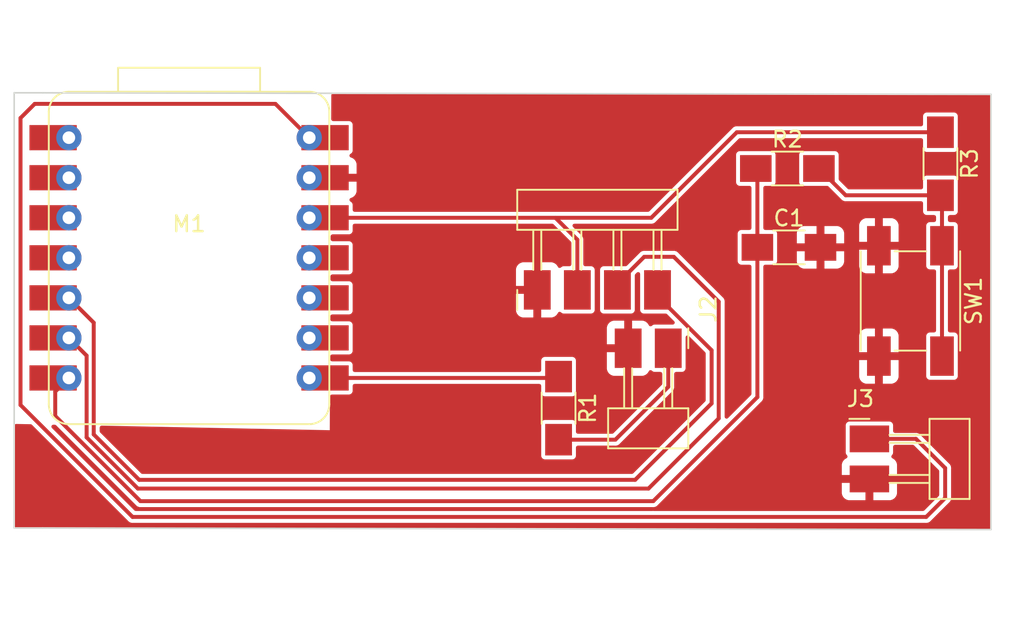
<source format=kicad_pcb>
(kicad_pcb (version 20221018) (generator pcbnew)
  (layers (0 "F.Cu" signal) (31 "B.Cu" signal) (34 "B.Paste" user) (35 "F.Paste" user) (36 "B.SilkS" user "B.Silkscreen") (37 "F.SilkS" user "F.Silkscreen") (38 "B.Mask" user) (39 "F.Mask" user) (44 "Edge.Cuts" user))
  (net 0 "")
  (net 1 "PWR_GND")
  (net 2 "PWR_3V3")
  (net 3 "/SCL")
  (net 4 "/SDA")
  (net 5 "Net-(J2-Pin_1)")
  (net 6 "PWR_5V")
  (net 13 "Net-(R2-Pad2)")
  (net 15 "/D6")
  (net 16 "/D7")
  (footprint "fab:PinHeader_1x02_P2.54mm_Horizontal_SMD" (layer "F.Cu") (at 162.5 90.95)
    (fp_text reference "J3" (at -1.524 -2.54 180) (layer "F.SilkS") (effects (justify left)))
    (fp_text value "Conn_PinHeader_1x02_P2.54mm_Horizontal_SMD" hide)
    (fp_line (start -1.27 -1.27) (end 0 -1.27) (stroke (width 0.12)) (layer "F.SilkS"))
    (fp_line (start 3.81 -1.27) (end 6.35 -1.27) (stroke (width 0.12)) (layer "F.SilkS"))
    (fp_line (start 3.81 -0.254) (end 1.27 -0.254) (stroke (width 0.12)) (layer "F.SilkS"))
    (fp_line (start 3.81 0.254) (end 1.27 0.254) (stroke (width 0.12)) (layer "F.SilkS"))
    (fp_line (start 3.81 2.286) (end 1.27 2.286) (stroke (width 0.12)) (layer "F.SilkS"))
    (fp_line (start 3.81 2.794) (end 1.27 2.794) (stroke (width 0.12)) (layer "F.SilkS"))
    (fp_line (start 3.81 3.81) (end 3.81 -1.27) (stroke (width 0.12)) (layer "F.SilkS"))
    (fp_line (start 6.35 -1.27) (end 6.35 3.81) (stroke (width 0.12)) (layer "F.SilkS"))
    (fp_line (start 6.35 3.81) (end 3.81 3.81) (stroke (width 0.12)) (layer "F.SilkS"))
    (pad "1" smd rect (at 0 0) (size 2.5 1.7) (layers "F.Cu" "F.Paste" "F.Mask") (net 6 "PWR_5V"))
    (pad "2" smd rect (at 0 2.54) (size 2.5 1.7) (layers "F.Cu" "F.Paste" "F.Mask") (net 1 "PWR_GND"))
  )
  (footprint "fab:PinHeader_1x04_P2.54mm_Horizontal_SMD" (layer "F.Cu") (at 141.45 81.5 90)
    (fp_text reference "J1" hide)
    (fp_text value "Conn_PinHeader_1x04_P2.54mm_Horizontal_SMD")
    (fp_line (start -1.27 -1.27) (end 0 -1.27) (stroke (width 0.12)) (layer "F.SilkS"))
    (fp_line (start 3.81 -1.27) (end 6.35 -1.27) (stroke (width 0.12)) (layer "F.SilkS"))
    (fp_line (start 3.81 -0.254) (end 1.27 -0.254) (stroke (width 0.12)) (layer "F.SilkS"))
    (fp_line (start 3.81 0.254) (end 1.27 0.254) (stroke (width 0.12)) (layer "F.SilkS"))
    (fp_line (start 3.81 2.286) (end 1.27 2.286) (stroke (width 0.12)) (layer "F.SilkS"))
    (fp_line (start 3.81 2.794) (end 1.27 2.794) (stroke (width 0.12)) (layer "F.SilkS"))
    (fp_line (start 3.81 4.826) (end 1.27 4.826) (stroke (width 0.12)) (layer "F.SilkS"))
    (fp_line (start 3.81 5.334) (end 1.27 5.334) (stroke (width 0.12)) (layer "F.SilkS"))
    (fp_line (start 3.81 7.366) (end 1.27 7.366) (stroke (width 0.12)) (layer "F.SilkS"))
    (fp_line (start 3.81 7.874) (end 1.27 7.874) (stroke (width 0.12)) (layer "F.SilkS"))
    (fp_line (start 3.81 8.89) (end 3.81 -1.27) (stroke (width 0.12)) (layer "F.SilkS"))
    (fp_line (start 6.35 -1.27) (end 6.35 8.89) (stroke (width 0.12)) (layer "F.SilkS"))
    (fp_line (start 6.35 8.89) (end 3.81 8.89) (stroke (width 0.12)) (layer "F.SilkS"))
    (pad "1" smd rect (at 0 0 90) (size 2.5 1.7) (layers "F.Cu" "F.Paste" "F.Mask") (net 1 "PWR_GND"))
    (pad "2" smd rect (at 0 2.54 90) (size 2.5 1.7) (layers "F.Cu" "F.Paste" "F.Mask") (net 2 "PWR_3V3"))
    (pad "3" smd rect (at 0 5.08 90) (size 2.5 1.7) (layers "F.Cu" "F.Paste" "F.Mask") (net 3 "/SCL"))
    (pad "4" smd rect (at 0 7.62 90) (size 2.5 1.7) (layers "F.Cu" "F.Paste" "F.Mask") (net 4 "/SDA"))
  )
  (footprint "fab:R_1206" (layer "F.Cu") (at 167 73.5 -90)
    (fp_text reference "R3" (at 0 -1.85 90) (layer "F.SilkS"))
    (fp_text value "49.9_k_ohm_R_1206")
    (fp_line (start -1 -1.07) (end 1 -1.07) (stroke (width 0.12)) (layer "F.SilkS"))
    (fp_line (start 1 1.07) (end -1 1.07) (stroke (width 0.12)) (layer "F.SilkS"))
    (pad "1" smd rect (at -2 0 270) (size 2 1.7) (layers "F.Cu" "F.Paste" "F.Mask") (net 2 "PWR_3V3"))
    (pad "2" smd rect (at 2 0 270) (size 2 1.7) (layers "F.Cu" "F.Paste" "F.Mask") (net 13 "Net-(R2-Pad2)"))
  )
  (footprint "fab:PinHeader_1x02_P2.54mm_Horizontal_SMD" (layer "F.Cu") (at 149.75 85.2 -90)
    (fp_text reference "J2" (at -1.524 -2.54 90) (layer "F.SilkS") (effects (justify left)))
    (fp_text value "Conn_PinHeader_1x02_P2.54mm_Horizontal_SMD")
    (fp_line (start -1.27 -1.27) (end 0 -1.27) (stroke (width 0.12)) (layer "F.SilkS"))
    (fp_line (start 3.81 -1.27) (end 6.35 -1.27) (stroke (width 0.12)) (layer "F.SilkS"))
    (fp_line (start 3.81 -0.254) (end 1.27 -0.254) (stroke (width 0.12)) (layer "F.SilkS"))
    (fp_line (start 3.81 0.254) (end 1.27 0.254) (stroke (width 0.12)) (layer "F.SilkS"))
    (fp_line (start 3.81 2.286) (end 1.27 2.286) (stroke (width 0.12)) (layer "F.SilkS"))
    (fp_line (start 3.81 2.794) (end 1.27 2.794) (stroke (width 0.12)) (layer "F.SilkS"))
    (fp_line (start 3.81 3.81) (end 3.81 -1.27) (stroke (width 0.12)) (layer "F.SilkS"))
    (fp_line (start 6.35 -1.27) (end 6.35 3.81) (stroke (width 0.12)) (layer "F.SilkS"))
    (fp_line (start 6.35 3.81) (end 3.81 3.81) (stroke (width 0.12)) (layer "F.SilkS"))
    (pad "1" smd rect (at 0 0 270) (size 2.5 1.7) (layers "F.Cu" "F.Paste" "F.Mask") (net 5 "Net-(J2-Pin_1)"))
    (pad "2" smd rect (at 0 2.54 270) (size 2.5 1.7) (layers "F.Cu" "F.Paste" "F.Mask") (net 1 "PWR_GND"))
  )
  (footprint "fab:SeedStudio_XIAO" (layer "F.Cu") (at 119.38 79.465)
    (fp_text reference "M1" (at 0.0025 -2.149 unlocked) (layer "F.SilkS"))
    (fp_text value "Module_XIAO-RP2040")
    (fp_line (start -8.8875 9.281) (end -8.8875 -9.261) (stroke (width 0.12)) (layer "F.SilkS"))
    (fp_line (start -7.6175 -10.531) (end 7.6225 -10.531) (stroke (width 0.12)) (layer "F.SilkS"))
    (fp_line (start 7.6225 10.551) (end -7.6175 10.551) (stroke (width 0.12)) (layer "F.SilkS"))
    (fp_line (start 8.8925 -9.261) (end 8.8925 9.281) (stroke (width 0.12)) (layer "F.SilkS"))
    (fp_rect (start -4.4975 -10.531) (end 4.5025 -12.055) (stroke (width 0.12)) (fill none) (layer "F.SilkS"))
    (fp_arc (start -8.8875 -9.261) (mid -8.515526 -10.159026) (end -7.6175 -10.531) (stroke (width 0.12)) (layer "F.SilkS"))
    (fp_arc (start -7.6175 10.551) (mid -8.515526 10.179026) (end -8.8875 9.281) (stroke (width 0.12)) (layer "F.SilkS"))
    (fp_arc (start 7.6225 -10.531) (mid 8.520526 -10.159026) (end 8.8925 -9.261) (stroke (width 0.12)) (layer "F.SilkS"))
    (fp_arc (start 8.8925 9.281) (mid 8.520526 10.179026) (end 7.6225 10.551) (stroke (width 0.12)) (layer "F.SilkS"))
    (pad "1" thru_hole circle (at -7.615 -7.62) (size 1.6 1.6) (drill 0.8) (layers "*.Cu" "*.Mask"))
    (pad "1" smd rect (at -7.615 -7.62) (size 3 1.6) (drill (offset -1 0)) (layers "F.Cu" "F.Paste" "F.Mask"))
    (pad "2" thru_hole circle (at -7.615 -5.08) (size 1.6 1.6) (drill 0.8) (layers "*.Cu" "*.Mask"))
    (pad "2" smd rect (at -7.615 -5.08) (size 3 1.6) (drill (offset -1 0)) (layers "F.Cu" "F.Paste" "F.Mask"))
    (pad "3" thru_hole circle (at -7.615 -2.54) (size 1.6 1.6) (drill 0.8) (layers "*.Cu" "*.Mask"))
    (pad "3" smd rect (at -7.615 -2.54) (size 3 1.6) (drill (offset -1 0)) (layers "F.Cu" "F.Paste" "F.Mask"))
    (pad "4" thru_hole circle (at -7.615 0) (size 1.6 1.6) (drill 0.8) (layers "*.Cu" "*.Mask"))
    (pad "4" smd rect (at -7.615 0) (size 3 1.6) (drill (offset -1 0)) (layers "F.Cu" "F.Paste" "F.Mask"))
    (pad "5" thru_hole circle (at -7.615 2.54) (size 1.6 1.6) (drill 0.8) (layers "*.Cu" "*.Mask") (net 4 "/SDA"))
    (pad "5" smd rect (at -7.615 2.54) (size 3 1.6) (drill (offset -1 0)) (layers "F.Cu" "F.Paste" "F.Mask") (net 4 "/SDA"))
    (pad "6" thru_hole circle (at -7.615 5.08) (size 1.6 1.6) (drill 0.8) (layers "*.Cu" "*.Mask") (net 3 "/SCL"))
    (pad "6" smd rect (at -7.615 5.08) (size 3 1.6) (drill (offset -1 0)) (layers "F.Cu" "F.Paste" "F.Mask") (net 3 "/SCL"))
    (pad "7" thru_hole circle (at -7.615 7.62) (size 1.6 1.6) (drill 0.8) (layers "*.Cu" "*.Mask") (net 15 "/D6"))
    (pad "7" smd rect (at -7.615 7.62) (size 3 1.6) (drill (offset -1 0)) (layers "F.Cu" "F.Paste" "F.Mask") (net 15 "/D6"))
    (pad "8" thru_hole circle (at 7.62 7.62) (size 1.6 1.6) (drill 0.8) (layers "*.Cu" "*.Mask") (net 16 "/D7"))
    (pad "8" smd rect (at 7.62 7.62) (size 3 1.6) (drill (offset 1 0)) (layers "F.Cu" "F.Paste" "F.Mask") (net 16 "/D7"))
    (pad "9" thru_hole circle (at 7.62 5.08) (size 1.6 1.6) (drill 0.8) (layers "*.Cu" "*.Mask"))
    (pad "9" smd rect (at 7.62 5.08) (size 3 1.6) (drill (offset 1 0)) (layers "F.Cu" "F.Paste" "F.Mask"))
    (pad "10" thru_hole circle (at 7.62 2.54) (size 1.6 1.6) (drill 0.8) (layers "*.Cu" "*.Mask"))
    (pad "10" smd rect (at 7.62 2.54) (size 3 1.6) (drill (offset 1 0)) (layers "F.Cu" "F.Paste" "F.Mask"))
    (pad "11" thru_hole circle (at 7.62 0) (size 1.6 1.6) (drill 0.8) (layers "*.Cu" "*.Mask"))
    (pad "11" smd rect (at 7.62 0) (size 3 1.6) (drill (offset 1 0)) (layers "F.Cu" "F.Paste" "F.Mask"))
    (pad "12" thru_hole circle (at 7.62 -2.54) (size 1.6 1.6) (drill 0.8) (layers "*.Cu" "*.Mask") (net 2 "PWR_3V3"))
    (pad "12" smd rect (at 7.62 -2.54) (size 3 1.6) (drill (offset 1 0)) (layers "F.Cu" "F.Paste" "F.Mask") (net 2 "PWR_3V3"))
    (pad "13" thru_hole circle (at 7.62 -5.08) (size 1.6 1.6) (drill 0.8) (layers "*.Cu" "*.Mask") (net 1 "PWR_GND"))
    (pad "13" smd rect (at 7.62 -5.08) (size 3 1.6) (drill (offset 1 0)) (layers "F.Cu" "F.Paste" "F.Mask") (net 1 "PWR_GND"))
    (pad "14" thru_hole circle (at 7.62 -7.62) (size 1.6 1.6) (drill 0.8) (layers "*.Cu" "*.Mask") (net 6 "PWR_5V"))
    (pad "14" smd rect (at 7.62 -7.62) (size 3 1.6) (drill (offset 1 0)) (layers "F.Cu" "F.Paste" "F.Mask") (net 6 "PWR_5V"))
  )
  (footprint "fab:C_1206" (layer "F.Cu") (at 157.4 78.8)
    (fp_text reference "C1" (at 0 -1.85) (layer "F.SilkS"))
    (fp_text value "C_1206")
    (fp_line (start -1 -1.07) (end 1 -1.07) (stroke (width 0.12)) (layer "F.SilkS"))
    (fp_line (start 1 1.07) (end -1 1.07) (stroke (width 0.12)) (layer "F.SilkS"))
    (pad "1" smd rect (at -2 0) (size 2 1.7) (layers "F.Cu" "F.Paste" "F.Mask") (net 15 "/D6"))
    (pad "2" smd rect (at 2 0) (size 2 1.7) (layers "F.Cu" "F.Paste" "F.Mask") (net 1 "PWR_GND"))
  )
  (footprint "fab:R_1206" (layer "F.Cu") (at 142.8 89 -90)
    (fp_text reference "R1" (at 0 -1.85 90) (layer "F.SilkS"))
    (fp_text value "4.99_ohm_R_1206")
    (fp_line (start -1 -1.07) (end 1 -1.07) (stroke (width 0.12)) (layer "F.SilkS"))
    (fp_line (start 1 1.07) (end -1 1.07) (stroke (width 0.12)) (layer "F.SilkS"))
    (pad "1" smd rect (at -2 0 270) (size 2 1.7) (layers "F.Cu" "F.Paste" "F.Mask") (net 16 "/D7"))
    (pad "2" smd rect (at 2 0 270) (size 2 1.7) (layers "F.Cu" "F.Paste" "F.Mask") (net 5 "Net-(J2-Pin_1)"))
  )
  (footprint "fab:R_1206" (layer "F.Cu") (at 157.3 73.8)
    (fp_text reference "R2" (at 0 -1.85) (layer "F.SilkS"))
    (fp_text value "49.9_k_ohm_R_1206")
    (fp_line (start -1 -1.07) (end 1 -1.07) (stroke (width 0.12)) (layer "F.SilkS"))
    (fp_line (start 1 1.07) (end -1 1.07) (stroke (width 0.12)) (layer "F.SilkS"))
    (pad "1" smd rect (at -2 0) (size 2 1.7) (layers "F.Cu" "F.Paste" "F.Mask") (net 15 "/D6"))
    (pad "2" smd rect (at 2 0) (size 2 1.7) (layers "F.Cu" "F.Paste" "F.Mask") (net 13 "Net-(R2-Pad2)"))
  )
  (footprint "fab:Button_Omron_B3SN_6.0x6.0mm" (layer "F.Cu") (at 165.1 82.2 -90)
    (fp_text reference "SW1" (at 0 -4 90) (layer "F.SilkS"))
    (fp_text value "Button_Omron_B3SN_6.0x6.0mm")
    (fp_line (start -3.15 -3.15) (end 3.15 -3.15) (stroke (width 0.12)) (layer "F.SilkS"))
    (fp_line (start -3.15 1) (end -3.15 -1) (stroke (width 0.12)) (layer "F.SilkS"))
    (fp_line (start 3.15 -1) (end 3.15 1) (stroke (width 0.12)) (layer "F.SilkS"))
    (fp_line (start 3.15 3.15) (end -3.15 3.15) (stroke (width 0.12)) (layer "F.SilkS"))
    (pad "1" smd rect (at -3.5 -2 270) (size 2.5 1.5) (layers "F.Cu" "F.Paste" "F.Mask") (net 13 "Net-(R2-Pad2)"))
    (pad "1" smd rect (at 3.5 -2 270) (size 2.5 1.5) (layers "F.Cu" "F.Paste" "F.Mask") (net 13 "Net-(R2-Pad2)"))
    (pad "2" smd rect (at -3.5 2 270) (size 2.5 1.5) (layers "F.Cu" "F.Paste" "F.Mask") (net 1 "PWR_GND"))
    (pad "2" smd rect (at 3.5 2 270) (size 2.5 1.5) (layers "F.Cu" "F.Paste" "F.Mask") (net 1 "PWR_GND"))
  )
  (gr_line (start 110.1 69) (end 108.3 69) (stroke (width 0.1)) (layer "Edge.Cuts"))
  (gr_line (start 170.2 69.1) (end 170.2 96.7) (stroke (width 0.1)) (layer "Edge.Cuts"))
  (gr_line (start 110.1 96.6) (end 108.3 96.6) (stroke (width 0.1)) (layer "Edge.Cuts"))
  (gr_line (start 110.1 96.6) (end 170.2 96.7) (stroke (width 0.1)) (layer "Edge.Cuts"))
  (gr_line (start 108.3 69) (end 108.3 96.6) (stroke (width 0.1)) (layer "Edge.Cuts"))
  (gr_line (start 110.1 69) (end 170.2 69.1) (stroke (width 0.1)) (layer "Edge.Cuts"))
  (segment (start 154.1 71.5) (end 167 71.5) (width 0.25) (layer "F.Cu") (net 2))
  (segment (start 143.99 78.315) (end 143.99 81.5) (width 0.25) (layer "F.Cu") (net 2))
  (segment (start 142.6 76.925) (end 148.675 76.925) (width 0.25) (layer "F.Cu") (net 2))
  (segment (start 127 76.925) (end 142.6 76.925) (width 0.25) (layer "F.Cu") (net 2))
  (segment (start 148.675 76.925) (end 154.1 71.5) (width 0.25) (layer "F.Cu") (net 2))
  (segment (start 142.6 76.925) (end 143.99 78.315) (width 0.25) (layer "F.Cu") (net 2))
  (segment (start 116.136396 94.1) (end 112.89 90.853604) (width 0.25) (layer "F.Cu") (net 3))
  (segment (start 146.53 81.1) (end 148.23 79.4) (width 0.25) (layer "F.Cu") (net 3))
  (segment (start 146.53 81.5) (end 146.53 81.1) (width 0.25) (layer "F.Cu") (net 3))
  (segment (start 112.89 85.67) (end 111.765 84.545) (width 0.25) (layer "F.Cu") (net 3))
  (segment (start 152.949501 89.650499) (end 148.5 94.1) (width 0.25) (layer "F.Cu") (net 3))
  (segment (start 150.1 79.4) (end 152.949501 82.249501) (width 0.25) (layer "F.Cu") (net 3))
  (segment (start 148.5 94.1) (end 116.136396 94.1) (width 0.25) (layer "F.Cu") (net 3))
  (segment (start 152.949501 82.249501) (end 152.949501 89.650499) (width 0.25) (layer "F.Cu") (net 3))
  (segment (start 148.23 79.4) (end 150.1 79.4) (width 0.25) (layer "F.Cu") (net 3))
  (segment (start 112.89 90.853604) (end 112.89 85.67) (width 0.25) (layer "F.Cu") (net 3))
  (segment (start 152.5 88.7) (end 147.651497 93.548503) (width 0.25) (layer "F.Cu") (net 4))
  (segment (start 149.07 81.9) (end 152.5 85.33) (width 0.25) (layer "F.Cu") (net 4))
  (segment (start 113.34 83.58) (end 111.765 82.005) (width 0.25) (layer "F.Cu") (net 4))
  (segment (start 147.651497 93.548503) (end 116.221295 93.548503) (width 0.25) (layer "F.Cu") (net 4))
  (segment (start 116.221295 93.548503) (end 113.34 90.667208) (width 0.25) (layer "F.Cu") (net 4))
  (segment (start 113.34 90.667208) (end 113.34 83.58) (width 0.25) (layer "F.Cu") (net 4))
  (segment (start 149.07 81.5) (end 149.07 81.9) (width 0.25) (layer "F.Cu") (net 4))
  (segment (start 152.5 85.33) (end 152.5 88.7) (width 0.25) (layer "F.Cu") (net 4))
  (segment (start 149.75 85.2) (end 149.75 87.65) (width 0.25) (layer "F.Cu") (net 5))
  (segment (start 146.4 91) (end 142.8 91) (width 0.25) (layer "F.Cu") (net 5))
  (segment (start 149.75 87.65) (end 146.4 91) (width 0.25) (layer "F.Cu") (net 5))
  (segment (start 115.8 95.9) (end 108.7 88.8) (width 0.25) (layer "F.Cu") (net 6))
  (segment (start 167.3 94.7) (end 166.1 95.9) (width 0.25) (layer "F.Cu") (net 6))
  (segment (start 165.45 90.95) (end 167.3 92.8) (width 0.25) (layer "F.Cu") (net 6))
  (segment (start 109.6 69.7) (end 124.855 69.7) (width 0.25) (layer "F.Cu") (net 6))
  (segment (start 124.855 69.7) (end 127 71.845) (width 0.25) (layer "F.Cu") (net 6))
  (segment (start 166.1 95.9) (end 115.8 95.9) (width 0.25) (layer "F.Cu") (net 6))
  (segment (start 162.5 90.95) (end 165.45 90.95) (width 0.25) (layer "F.Cu") (net 6))
  (segment (start 167.3 92.8) (end 167.3 94.7) (width 0.25) (layer "F.Cu") (net 6))
  (segment (start 108.7 88.8) (end 108.7 70.6) (width 0.25) (layer "F.Cu") (net 6))
  (segment (start 108.7 70.6) (end 109.6 69.7) (width 0.25) (layer "F.Cu") (net 6))
  (segment (start 167.1 75.6) (end 167 75.5) (width 0.25) (layer "F.Cu") (net 13))
  (segment (start 167.1 78.7) (end 167.1 75.6) (width 0.25) (layer "F.Cu") (net 13))
  (segment (start 167 75.5) (end 161 75.5) (width 0.25) (layer "F.Cu") (net 13))
  (segment (start 167.1 85.7) (end 167.1 78.7) (width 0.25) (layer "F.Cu") (net 13))
  (segment (start 161 75.5) (end 159.3 73.8) (width 0.25) (layer "F.Cu") (net 13))
  (segment (start 110.9 89.5) (end 116.3 94.9) (width 0.25) (layer "F.Cu") (net 15))
  (segment (start 155.4 78.8) (end 155.4 73.9) (width 0.25) (layer "F.Cu") (net 15))
  (segment (start 155.4 88.3) (end 155.4 78.8) (width 0.25) (layer "F.Cu") (net 15))
  (segment (start 148.8 94.9) (end 155.4 88.3) (width 0.25) (layer "F.Cu") (net 15))
  (segment (start 111.765 87.085) (end 110.9 87.95) (width 0.25) (layer "F.Cu") (net 15))
  (segment (start 116.3 94.9) (end 148.8 94.9) (width 0.25) (layer "F.Cu") (net 15))
  (segment (start 155.4 73.9) (end 155.3 73.8) (width 0.25) (layer "F.Cu") (net 15))
  (segment (start 110.9 87.95) (end 110.9 89.5) (width 0.25) (layer "F.Cu") (net 15))
  (segment (start 142.078604 87.085) (end 142.481802 86.681802) (width 0.25) (layer "F.Cu") (net 16))
  (segment (start 127 87.085) (end 142.078604 87.085) (width 0.25) (layer "F.Cu") (net 16))
  (zone (net 1) (net_name "PWR_GND") (layer "F.Cu") (connect_pads (clearance 0.25)) (min_thickness 0.25) (fill yes (thermal_gap 0.5) (thermal_bridge_width 0.5))
    (polygon (pts (xy 172.2 67.2) (xy 172.3 98.3) (xy 107.4 98.6) (xy 107.5 66.6)))
  )
  (zone (net 0) (net_name "") (layer "F.Cu") (connect_pads (clearance 0)) (min_thickness 0.25)
    (keepout (tracks not_allowed) (vias not_allowed) (pads not_allowed) (copperpour not_allowed) (footprints allowed))
    (fill (thermal_gap 0.5) (thermal_bridge_width 0.5))
    (polygon (pts (xy 107.9 68.4) (xy 128.4 68.4) (xy 128.3 90.4) (xy 108.3 90)))
  )
)
</source>
